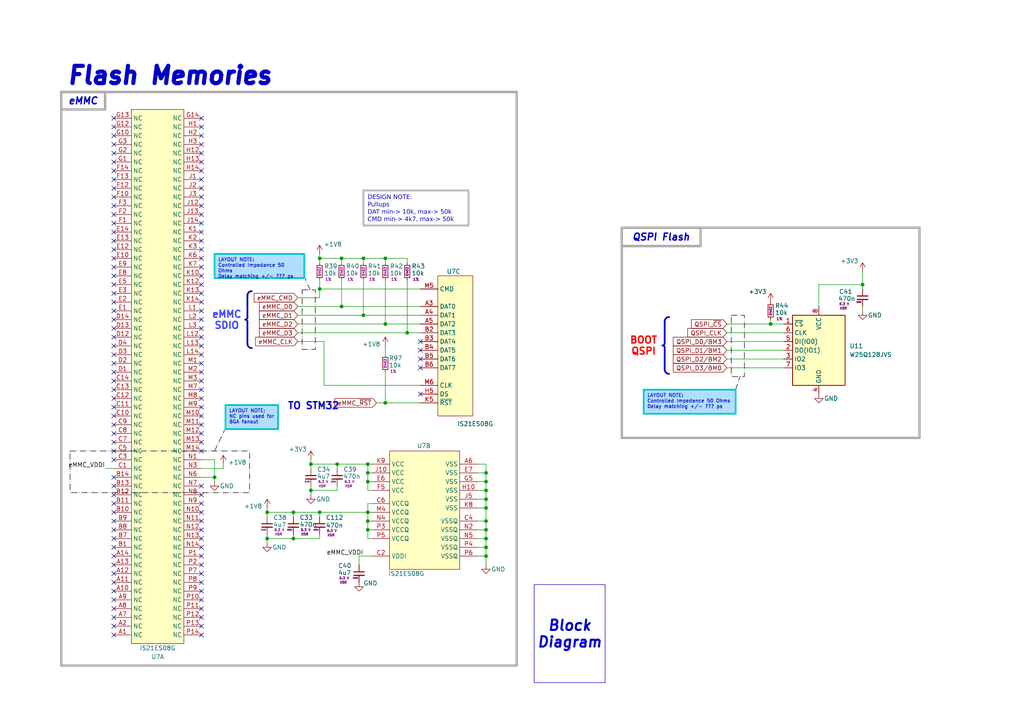
<source format=kicad_sch>
(kicad_sch (version 20250114) (generator "eeschema") (generator_version "9.0")
  (paper "A4")
  (title_block (title "Flash Memories") (date "2024-09-22") (rev "1.0"))
  (arc (start 73.03 100.955) (mid 72.1355 100.5845) (end 71.76 99.69) (stroke (width 0.5)))
  (arc (start 192.156 100.198) (mid 192.6129 100.3776) (end 192.791 100.833) (stroke (width 0.5)))
  (rectangle (start 180.34 66.04) (end 266.7 127) (stroke (width 0.7) (color 168 168 168 1)))
  (arc (start 194.061 108.448) (mid 193.168 108.076) (end 192.791 107.183) (stroke (width 0.5)))
  (arc (start 71.76 85.725) (mid 72.129 84.829) (end 73.025 84.455) (stroke (width 0.5)))
  (arc (start 71.76 92.07) (mid 71.568 92.5116) (end 71.125 92.705) (stroke (width 0.5)))
  (arc (start 192.791 99.563) (mid 192.5977 100.0033) (end 192.156 100.198) (stroke (width 0.5)))
  (arc (start 192.791 93.218) (mid 193.1615 92.3235) (end 194.056 91.948) (stroke (width 0.5)))
  (arc (start 71.125 92.705) (mid 71.5803 92.8862) (end 71.76 93.34) (stroke (width 0.5)))
  (rectangle (start 87.63 84.074) (end 91.44 101.346) (stroke (width 0.1524) (type dash_dot) (color 0 0 0 1)))
  (rectangle (start 212.09 91.44) (end 215.9 109.22) (stroke (width 0.1524) (type dash_dot) (color 0 0 0 1)))
  (rectangle (start 17.78 26.67) (end 149.86 193.04) (stroke (width 0.7) (color 168 168 168 1)))
  (rectangle (start 20.32 130.81) (end 72.39 142.875) (stroke (width 0.1524) (type dash_dot) (color 0 0 0 1)))
  (text "TO STM32" (at 90.932 117.856 0) (effects (font (size 2 2) (thickness 0.4) (bold yes))))
  (text "Flash Memories" (at 49.276 22.098 0) (effects (font (size 5 5) (thickness 1.2) (bold yes) (italic yes))))
  (text "BOOT\nQSPI" (at 186.68 100.432 0) (effects (font (size 2 2) (thickness 0.4) (bold yes))))
  (text "eMMC\nSDIO" (at 65.786 92.964 0) (effects (font (size 2 2) (thickness 0.4) (bold yes))))
  (text_box "DESIGN NOTE:\nPullups \nDAT min-> 10k, max-> 50k\nCMD min-> 4k7, max-> 50k" (at 105.41 55.245 0) (size 30.48 10.16) (margins 1.2025 1.2025 1.2025 1.2025) (stroke (width 0.5) (color 168 168 168 1)) (effects (font (size 1.27 1.27)) (justify left top)))
  (text_box "LAYOUT NOTE:\nNC pins used for BGA fanout" (at 65.405 117.475 0) (size 15.24 6.985) (margins 1 1 1 1) (stroke (width 0.5) (color 0 194 194 1)) (fill (type color) (color 61 172 255 0.4)) (effects (font (size 1 1)) (justify left top)))
  (text_box "Block\nDiagram" (at 154.94 169.545 0) (size 20.574 28.448) (margins 2.25 2.25 2.25 2.25) (effects (font (size 3 3) (thickness 0.6) (bold yes) (italic yes))))
  (text_box "QSPI Flash" (at 180.34 66.04 0) (size 22.86 5.334) (margins 1.85 1.85 1.85 1.85) (stroke (width 0.7) (color 168 168 168 1)) (effects (font (size 2 2) (bold yes) (italic yes))))
  (text_box "LAYOUT NOTE:\nControlled Impedance 50 Ohms\nDelay matching +/- ??? ps" (at 62.23 73.66 0) (size 26.035 6.985) (margins 1 1 1 1) (stroke (width 0.5) (color 0 194 194 1)) (fill (type color) (color 61 172 255 0.4)) (effects (font (size 1 1)) (justify left top)))
  (text_box "LAYOUT NOTE:\nControlled Impedance 50 Ohms\nDelay matching +/- ??? ps" (at 186.69 113.03 0) (size 26.67 6.985) (margins 1 1 1 1) (stroke (width 0.5) (color 0 194 194 1)) (fill (type color) (color 61 172 255 0.4)) (effects (font (size 1 1)) (justify left top)))
  (text_box "eMMC" (at 17.78 26.67 0) (size 12.7 5.08) (margins 1.85 1.85 1.85 1.85) (stroke (width 0.7) (color 168 168 168 1)) (effects (font (size 2 2) (bold yes) (italic yes))))
  (junction (at 106.68 153.67))
  (junction (at 99.06 88.9))
  (junction (at 92.71 148.59))
  (junction (at 106.68 139.7))
  (junction (at 140.97 156.21))
  (junction (at 106.68 134.62))
  (junction (at 140.97 151.13))
  (junction (at 140.97 142.24))
  (junction (at 250.19 82.55))
  (junction (at 90.17 134.62))
  (junction (at 85.09 148.59))
  (junction (at 140.97 158.75))
  (junction (at 62.23 138.43))
  (junction (at 223.52 93.98))
  (junction (at 106.68 148.59))
  (junction (at 106.68 137.16))
  (junction (at 140.97 137.16))
  (junction (at 77.47 156.21))
  (junction (at 111.76 74.93))
  (junction (at 105.41 74.93))
  (junction (at 140.97 144.78))
  (junction (at 105.41 91.44))
  (junction (at 118.11 96.52))
  (junction (at 92.71 74.93))
  (junction (at 140.97 139.7))
  (junction (at 111.76 93.98))
  (junction (at 140.97 161.29))
  (junction (at 90.17 142.24))
  (junction (at 77.47 148.59))
  (junction (at 85.09 156.21))
  (junction (at 92.71 83.82))
  (junction (at 99.06 74.93))
  (junction (at 106.68 151.13))
  (junction (at 97.79 134.62))
  (junction (at 140.97 147.32))
  (junction (at 140.97 153.67))
  (junction (at 111.76 116.84))
  (no_connect (at 58.42 102.87))
  (no_connect (at 58.42 125.73))
  (no_connect (at 33.02 107.95))
  (no_connect (at 33.02 163.83))
  (no_connect (at 33.02 179.07))
  (no_connect (at 58.42 153.67))
  (no_connect (at 33.02 146.05))
  (no_connect (at 58.42 115.57))
  (no_connect (at 33.02 49.53))
  (no_connect (at 33.02 92.71))
  (no_connect (at 33.02 97.79))
  (no_connect (at 58.42 39.37))
  (no_connect (at 58.42 97.79))
  (no_connect (at 58.42 52.07))
  (no_connect (at 58.42 184.15))
  (no_connect (at 33.02 72.39))
  (no_connect (at 33.02 39.37))
  (no_connect (at 58.42 87.63))
  (no_connect (at 58.42 128.27))
  (no_connect (at 33.02 133.35))
  (no_connect (at 58.42 85.09))
  (no_connect (at 33.02 100.33))
  (no_connect (at 58.42 176.53))
  (no_connect (at 58.42 49.53))
  (no_connect (at 33.02 46.99))
  (no_connect (at 33.02 125.73))
  (no_connect (at 33.02 118.11))
  (no_connect (at 58.42 62.23))
  (no_connect (at 58.42 82.55))
  (no_connect (at 58.42 80.01))
  (no_connect (at 121.92 99.06))
  (no_connect (at 58.42 161.29))
  (no_connect (at 58.42 90.17))
  (no_connect (at 33.02 90.17))
  (no_connect (at 58.42 46.99))
  (no_connect (at 33.02 54.61))
  (no_connect (at 58.42 36.83))
  (no_connect (at 33.02 74.93))
  (no_connect (at 121.92 114.3))
  (no_connect (at 33.02 41.91))
  (no_connect (at 58.42 44.45))
  (no_connect (at 33.02 62.23))
  (no_connect (at 121.92 106.68))
  (no_connect (at 58.42 163.83))
  (no_connect (at 33.02 130.81))
  (no_connect (at 33.02 69.85))
  (no_connect (at 33.02 156.21))
  (no_connect (at 33.02 140.97))
  (no_connect (at 58.42 74.93))
  (no_connect (at 58.42 123.19))
  (no_connect (at 33.02 181.61))
  (no_connect (at 121.92 104.14))
  (no_connect (at 58.42 77.47))
  (no_connect (at 33.02 143.51))
  (no_connect (at 58.42 143.51))
  (no_connect (at 58.42 57.15))
  (no_connect (at 33.02 85.09))
  (no_connect (at 33.02 34.29))
  (no_connect (at 33.02 184.15))
  (no_connect (at 58.42 148.59))
  (no_connect (at 33.02 77.47))
  (no_connect (at 58.42 69.85))
  (no_connect (at 33.02 82.55))
  (no_connect (at 58.42 181.61))
  (no_connect (at 33.02 115.57))
  (no_connect (at 33.02 153.67))
  (no_connect (at 58.42 156.21))
  (no_connect (at 58.42 67.31))
  (no_connect (at 33.02 176.53))
  (no_connect (at 121.92 101.6))
  (no_connect (at 58.42 179.07))
  (no_connect (at 58.42 146.05))
  (no_connect (at 58.42 140.97))
  (no_connect (at 33.02 105.41))
  (no_connect (at 58.42 113.03))
  (no_connect (at 33.02 171.45))
  (no_connect (at 58.42 107.95))
  (no_connect (at 58.42 95.25))
  (no_connect (at 33.02 59.69))
  (no_connect (at 58.42 41.91))
  (no_connect (at 33.02 110.49))
  (no_connect (at 33.02 151.13))
  (no_connect (at 33.02 52.07))
  (no_connect (at 58.42 120.65))
  (no_connect (at 58.42 34.29))
  (no_connect (at 33.02 161.29))
  (no_connect (at 58.42 72.39))
  (no_connect (at 33.02 80.01))
  (no_connect (at 58.42 171.45))
  (no_connect (at 58.42 151.13))
  (no_connect (at 58.42 173.99))
  (no_connect (at 33.02 102.87))
  (no_connect (at 33.02 36.83))
  (no_connect (at 58.42 92.71))
  (no_connect (at 33.02 166.37))
  (no_connect (at 58.42 166.37))
  (no_connect (at 33.02 158.75))
  (no_connect (at 58.42 105.41))
  (no_connect (at 58.42 64.77))
  (no_connect (at 33.02 168.91))
  (no_connect (at 33.02 95.25))
  (no_connect (at 33.02 87.63))
  (no_connect (at 33.02 64.77))
  (no_connect (at 58.42 158.75))
  (no_connect (at 58.42 54.61))
  (no_connect (at 33.02 123.19))
  (no_connect (at 58.42 118.11))
  (no_connect (at 33.02 67.31))
  (no_connect (at 58.42 168.91))
  (no_connect (at 33.02 113.03))
  (no_connect (at 58.42 130.81))
  (no_connect (at 33.02 44.45))
  (no_connect (at 33.02 138.43))
  (no_connect (at 33.02 57.15))
  (no_connect (at 33.02 128.27))
  (no_connect (at 58.42 110.49))
  (no_connect (at 58.42 100.33))
  (no_connect (at 33.02 173.99))
  (no_connect (at 33.02 148.59))
  (no_connect (at 33.02 120.65))
  (no_connect (at 58.42 59.69))
  (wire (pts (xy 58.42 138.43) (xy 62.23 138.43)))
  (wire (pts (xy 111.76 116.84) (xy 121.92 116.84)))
  (wire (pts (xy 210.82 106.68) (xy 227.33 106.68)))
  (wire (pts (xy 106.68 151.13) (xy 106.68 153.67)))
  (wire (pts (xy 104.14 161.29) (xy 107.95 161.29)))
  (wire (pts (xy 93.98 99.06) (xy 93.98 111.76)))
  (wire (pts (xy 77.47 156.21) (xy 85.09 156.21)))
  (wire (pts (xy 138.43 137.16) (xy 140.97 137.16)))
  (polyline (pts (xy 71.755 93.345) (xy 71.755 99.695)) (stroke (width 0.5)))
  (wire (pts (xy 111.76 81.28) (xy 111.76 93.98)))
  (wire (pts (xy 77.47 149.86) (xy 77.47 148.59)))
  (wire (pts (xy 85.09 148.59) (xy 85.09 149.86)))
  (polyline (pts (xy 71.755 85.725) (xy 71.755 92.075)) (stroke (width 0.5)))
  (wire (pts (xy 97.79 135.89) (xy 97.79 134.62)))
  (wire (pts (xy 92.71 73.66) (xy 92.71 74.93)))
  (wire (pts (xy 105.41 74.93) (xy 105.41 76.2)))
  (wire (pts (xy 77.47 156.21) (xy 77.47 157.48)))
  (wire (pts (xy 106.68 148.59) (xy 106.68 151.13)))
  (wire (pts (xy 106.68 139.7) (xy 107.95 139.7)))
  (wire (pts (xy 77.47 148.59) (xy 85.09 148.59)))
  (wire (pts (xy 58.42 135.89) (xy 64.77 135.89)))
  (wire (pts (xy 92.71 154.94) (xy 92.71 156.21)))
  (wire (pts (xy 92.71 74.93) (xy 99.06 74.93)))
  (wire (pts (xy 85.09 156.21) (xy 92.71 156.21)))
  (wire (pts (xy 30.48 135.89) (xy 33.02 135.89)))
  (wire (pts (xy 140.97 139.7) (xy 140.97 137.16)))
  (wire (pts (xy 210.82 101.6) (xy 227.33 101.6)))
  (wire (pts (xy 210.82 96.52) (xy 227.33 96.52)))
  (wire (pts (xy 106.68 137.16) (xy 106.68 139.7)))
  (polyline (pts (xy 192.786 93.218) (xy 192.786 99.568)) (stroke (width 0.5)))
  (wire (pts (xy 104.14 163.83) (xy 104.14 161.29)))
  (wire (pts (xy 93.98 111.76) (xy 121.92 111.76)))
  (wire (pts (xy 107.95 148.59) (xy 106.68 148.59)))
  (wire (pts (xy 140.97 144.78) (xy 140.97 142.24)))
  (wire (pts (xy 106.68 134.62) (xy 106.68 137.16)))
  (wire (pts (xy 92.71 86.36) (xy 92.71 83.82)))
  (wire (pts (xy 64.77 134.62) (xy 64.77 135.89)))
  (wire (pts (xy 118.11 96.52) (xy 121.92 96.52)))
  (wire (pts (xy 105.41 81.28) (xy 105.41 91.44)))
  (wire (pts (xy 106.68 153.67) (xy 107.95 153.67)))
  (wire (pts (xy 250.19 88.9) (xy 250.19 90.17)))
  (wire (pts (xy 237.49 82.55) (xy 237.49 88.9)))
  (wire (pts (xy 90.17 142.24) (xy 90.17 140.97)))
  (wire (pts (xy 111.76 74.93) (xy 118.11 74.93)))
  (wire (pts (xy 210.82 104.14) (xy 227.33 104.14)))
  (wire (pts (xy 86.36 93.98) (xy 111.76 93.98)))
  (wire (pts (xy 86.36 96.52) (xy 118.11 96.52)))
  (wire (pts (xy 92.71 74.93) (xy 92.71 76.2)))
  (wire (pts (xy 138.43 156.21) (xy 140.97 156.21)))
  (wire (pts (xy 90.17 134.62) (xy 90.17 135.89)))
  (wire (pts (xy 111.76 93.98) (xy 121.92 93.98)))
  (wire (pts (xy 140.97 158.75) (xy 140.97 156.21)))
  (wire (pts (xy 92.71 149.86) (xy 92.71 148.59)))
  (wire (pts (xy 86.36 86.36) (xy 92.71 86.36)))
  (wire (pts (xy 86.36 88.9) (xy 99.06 88.9)))
  (wire (pts (xy 97.79 134.62) (xy 106.68 134.62)))
  (wire (pts (xy 92.71 148.59) (xy 106.68 148.59)))
  (wire (pts (xy 105.41 91.44) (xy 121.92 91.44)))
  (wire (pts (xy 250.19 82.55) (xy 250.19 83.82)))
  (wire (pts (xy 90.17 134.62) (xy 97.79 134.62)))
  (wire (pts (xy 85.09 154.94) (xy 85.09 156.21)))
  (wire (pts (xy 138.43 144.78) (xy 140.97 144.78)))
  (wire (pts (xy 140.97 137.16) (xy 140.97 134.62)))
  (wire (pts (xy 85.09 148.59) (xy 92.71 148.59)))
  (wire (pts (xy 77.47 147.32) (xy 77.47 148.59)))
  (wire (pts (xy 99.06 74.93) (xy 99.06 76.2)))
  (wire (pts (xy 99.06 74.93) (xy 105.41 74.93)))
  (wire (pts (xy 77.47 154.94) (xy 77.47 156.21)))
  (wire (pts (xy 97.79 140.97) (xy 97.79 142.24)))
  (wire (pts (xy 106.68 146.05) (xy 106.68 148.59)))
  (wire (pts (xy 86.36 91.44) (xy 105.41 91.44)))
  (wire (pts (xy 62.23 133.35) (xy 62.23 138.43)))
  (wire (pts (xy 92.71 81.28) (xy 92.71 83.82)))
  (wire (pts (xy 107.95 142.24) (xy 106.68 142.24)))
  (wire (pts (xy 90.17 142.24) (xy 97.79 142.24)))
  (wire (pts (xy 106.68 153.67) (xy 106.68 156.21)))
  (wire (pts (xy 138.43 139.7) (xy 140.97 139.7)))
  (wire (pts (xy 106.68 139.7) (xy 106.68 142.24)))
  (wire (pts (xy 111.76 100.33) (xy 111.76 102.87)))
  (wire (pts (xy 140.97 163.83) (xy 140.97 161.29)))
  (wire (pts (xy 86.36 99.06) (xy 93.98 99.06)))
  (wire (pts (xy 138.43 151.13) (xy 140.97 151.13)))
  (wire (pts (xy 118.11 74.93) (xy 118.11 76.2)))
  (wire (pts (xy 140.97 142.24) (xy 140.97 139.7)))
  (wire (pts (xy 109.22 116.84) (xy 111.76 116.84)))
  (wire (pts (xy 62.23 139.7) (xy 62.23 138.43)))
  (wire (pts (xy 140.97 151.13) (xy 140.97 147.32)))
  (wire (pts (xy 90.17 133.35) (xy 90.17 134.62)))
  (wire (pts (xy 99.06 81.28) (xy 99.06 88.9)))
  (wire (pts (xy 138.43 158.75) (xy 140.97 158.75)))
  (wire (pts (xy 106.68 146.05) (xy 107.95 146.05)))
  (wire (pts (xy 106.68 151.13) (xy 107.95 151.13)))
  (wire (pts (xy 223.52 93.98) (xy 227.33 93.98)))
  (wire (pts (xy 90.17 142.24) (xy 90.17 143.51)))
  (wire (pts (xy 138.43 147.32) (xy 140.97 147.32)))
  (wire (pts (xy 140.97 134.62) (xy 138.43 134.62)))
  (wire (pts (xy 99.06 88.9) (xy 121.92 88.9)))
  (wire (pts (xy 140.97 156.21) (xy 140.97 153.67)))
  (wire (pts (xy 223.52 92.71) (xy 223.52 93.98)))
  (wire (pts (xy 210.82 99.06) (xy 227.33 99.06)))
  (wire (pts (xy 58.42 133.35) (xy 62.23 133.35)))
  (polyline (pts (xy 192.786 100.838) (xy 192.786 107.188)) (stroke (width 0.5)))
  (wire (pts (xy 210.82 93.98) (xy 223.52 93.98)))
  (wire (pts (xy 140.97 153.67) (xy 140.97 151.13)))
  (wire (pts (xy 138.43 153.67) (xy 140.97 153.67)))
  (wire (pts (xy 107.95 156.21) (xy 106.68 156.21)))
  (wire (pts (xy 111.76 107.95) (xy 111.76 116.84)))
  (wire (pts (xy 111.76 74.93) (xy 111.76 76.2)))
  (wire (pts (xy 106.68 137.16) (xy 107.95 137.16)))
  (wire (pts (xy 92.71 83.82) (xy 121.92 83.82)))
  (wire (pts (xy 138.43 161.29) (xy 140.97 161.29)))
  (wire (pts (xy 250.19 82.55) (xy 237.49 82.55)))
  (polyline (pts (xy 62.23 130.81) (xy 65.151 124.714)) (stroke (width 0) (type dash_dot) (color 0 0 0 1)))
  (wire (pts (xy 250.19 78.74) (xy 250.19 82.55)))
  (polyline (pts (xy 213.36 113.03) (xy 214.63 109.22)) (stroke (width 0) (type dash_dot) (color 0 0 0 1)))
  (wire (pts (xy 140.97 161.29) (xy 140.97 158.75)))
  (wire (pts (xy 105.41 74.93) (xy 111.76 74.93)))
  (polyline (pts (xy 89.916 84.074) (xy 88.392 80.518)) (stroke (width 0) (type dash_dot) (color 0 0 0 1)))
  (wire (pts (xy 140.97 147.32) (xy 140.97 144.78)))
  (wire (pts (xy 106.68 134.62) (xy 107.95 134.62)))
  (wire (pts (xy 118.11 81.28) (xy 118.11 96.52)))
  (wire (pts (xy 138.43 142.24) (xy 140.97 142.24)))
  (label "eMMC_VDDI" (at 105.41 161.29 180))
  (label "eMMC_VDDI" (at 30.48 135.89 180))
  (global_label "QSPI_CLK" (shape input) (at 210.82 96.52 180) (property "Intersheetrefs" "${INTERSHEET_REFS}" (effects (hide yes))))
  (global_label "eMMC_D3" (shape input) (at 86.36 96.52 180) (property "Intersheetrefs" "${INTERSHEET_REFS}" (effects (hide yes))))
  (global_label "eMMC_CLK" (shape input) (at 86.36 99.06 180) (property "Intersheetrefs" "${INTERSHEET_REFS}" (effects (hide yes))))
  (global_label "QSPI_D2{slash}BM2" (shape input) (at 210.82 104.14 180) (property "Intersheetrefs" "${INTERSHEET_REFS}" (effects (hide yes))))
  (global_label "QSPI_D1{slash}BM1" (shape input) (at 210.82 101.6 180) (property "Intersheetrefs" "${INTERSHEET_REFS}" (effects (hide yes))))
  (global_label "QSPI_D3{slash}BM0" (shape input) (at 210.82 106.68 180) (property "Intersheetrefs" "${INTERSHEET_REFS}" (effects (hide yes))))
  (global_label "eMMC_D2" (shape input) (at 86.36 93.98 180) (property "Intersheetrefs" "${INTERSHEET_REFS}" (effects (hide yes))))
  (global_label "eMMC_~{RST}" (shape input) (at 109.22 116.84 180) (property "Intersheetrefs" "${INTERSHEET_REFS}" (effects (hide yes))))
  (global_label "eMMC_D0" (shape input) (at 86.36 88.9 180) (property "Intersheetrefs" "${INTERSHEET_REFS}" (effects (hide yes))))
  (global_label "eMMC_CMD" (shape input) (at 86.36 86.36 180) (property "Intersheetrefs" "${INTERSHEET_REFS}" (effects (hide yes))))
  (global_label "eMMC_D1" (shape input) (at 86.36 91.44 180) (property "Intersheetrefs" "${INTERSHEET_REFS}" (effects (hide yes))))
  (global_label "QSPI_D0{slash}BM3" (shape input) (at 210.82 99.06 180) (property "Intersheetrefs" "${INTERSHEET_REFS}" (effects (hide yes))))
  (global_label "QSPI_~{CS}" (shape input) (at 210.82 93.98 180) (property "Intersheetrefs" "${INTERSHEET_REFS}" (effects (hide yes))))
  (symbol (lib_id "Device:R_Small") (at 99.06 78.74 0) (unit 1)
    (property "Reference" "R40" (at 100.33 77.216 0) (effects (justify left)))
    (property "Value" "10k" (at 100.33 79.248 0) (effects (justify left)))
    (property "Footprint" "Resistor_SMD:R_0402_1005Metric" (effects (hide yes)))
    (property "Description" "Resistor, small symbol" (effects (hide yes)))
    (property "Tolerance" "1%" (at 101.6 81.026 0) (effects (font (size 0.8 0.8))))
    (property "Package" "0402" (at 99.06 78.74 90) (effects (font (size 0.7 0.7))))
    (property "LCSC Part" "C25744/gia" (effects (hide yes)))
  )
  (symbol (lib_name "C_Small_1") (lib_id "Device:C_Small") (at 250.19 86.36 0) (unit 1)
    (property "Reference" "C41" (at 243.332 84.582 0) (effects (justify left)))
    (property "Value" "470n" (at 243.078 86.614 0) (effects (justify left)))
    (property "Footprint" "Capacitor_SMD:C_0201_0603Metric" (effects (hide yes)))
    (property "Description" "Unpolarized capacitor, small symbol" (effects (hide yes)))
    (property "Rating" "6.3 V" (at 244.856 88.138 0) (effects (font (size 0.7 0.7))))
    (property "Type" "X5R" (at 244.602 89.408 0) (effects (font (size 0.7 0.7))))
    (property "Package" "0201" (at 249.174 87.63 0) (effects (font (size 0.4 0.4))))
    (property "LCSC Part" "C85926" (effects (hide yes)))
  )
  (symbol (lib_id "power:GND") (at 90.17 143.51 0) (unit 1)
    (property "Reference" "#PWR083" (effects (hide yes)))
    (property "Value" "GND" (at 93.726 144.78 0))
    (property "Description" "Power symbol creates a global label with name \"GND\" , ground" (effects (hide yes)))
  )
  (symbol (lib_name "IS21ES08G_1") (lib_id "MyLibrary:IS21ES08G") (at 123.19 147.32 0) (unit 2)
    (property "Reference" "U7" (at 122.936 129.286 0))
    (property "Value" "IS21ES08G" (at 117.856 166.37 0))
    (property "Footprint" "Mylibrary:BGA153N50P14X14_1150X1300X100" (effects (hide yes)))
    (property "LCSC Part" "C499918" (effects (hide yes)))
  )
  (symbol (lib_name "C_Small_1") (lib_id "Device:C_Small") (at 90.17 138.43 0) (unit 1)
    (property "Reference" "C34" (at 91.948 136.144 0) (effects (justify left)))
    (property "Value" "4u7" (at 91.948 138.176 0) (effects (justify left)))
    (property "Footprint" "Capacitor_SMD:C_0402_1005Metric" (effects (hide yes)))
    (property "Description" "Unpolarized capacitor, small symbol" (effects (hide yes)))
    (property "Rating" "6.3 V" (at 93.726 139.7 0) (effects (font (size 0.7 0.7))))
    (property "Type" "X5R" (at 93.472 140.97 0) (effects (font (size 0.7 0.7))))
    (property "Package" "0402" (at 89.154 139.7 0) (effects (font (size 0.4 0.4))))
    (property "LCSC Part" " C368809" (effects (hide yes)))
  )
  (symbol (lib_id "power:GND") (at 62.23 139.7 0) (unit 1)
    (property "Reference" "#PWR0153" (effects (hide yes)))
    (property "Value" "GND" (at 65.786 140.97 0))
    (property "Description" "Power symbol creates a global label with name \"GND\" , ground" (effects (hide yes)))
  )
  (symbol (lib_id "Device:R_Small") (at 118.11 78.74 0) (unit 1)
    (property "Reference" "R43" (at 119.38 77.216 0) (effects (justify left)))
    (property "Value" "10k" (at 119.38 79.248 0) (effects (justify left)))
    (property "Footprint" "Resistor_SMD:R_0402_1005Metric" (effects (hide yes)))
    (property "Description" "Resistor, small symbol" (effects (hide yes)))
    (property "Tolerance" "1%" (at 120.65 81.026 0) (effects (font (size 0.8 0.8))))
    (property "Package" "0402" (at 118.11 78.74 90) (effects (font (size 0.7 0.7))))
    (property "LCSC Part" "C25744/gia" (effects (hide yes)))
  )
  (symbol (lib_id "power:+1V8") (at 111.76 100.33 0) (unit 1)
    (property "Reference" "#PWR0145" (effects (hide yes)))
    (property "Value" "+1V8" (at 107.696 99.822 0))
    (property "Description" "Power symbol creates a global label with name \"+1V8\"" (effects (hide yes)))
  )
  (symbol (lib_id "Device:R_Small") (at 111.76 78.74 0) (unit 1)
    (property "Reference" "R42" (at 113.03 77.216 0) (effects (justify left)))
    (property "Value" "10k" (at 113.03 79.248 0) (effects (justify left)))
    (property "Footprint" "Resistor_SMD:R_0402_1005Metric" (effects (hide yes)))
    (property "Description" "Resistor, small symbol" (effects (hide yes)))
    (property "Tolerance" "1%" (at 114.3 81.026 0) (effects (font (size 0.8 0.8))))
    (property "Package" "0402" (at 111.76 78.74 90) (effects (font (size 0.7 0.7))))
    (property "LCSC Part" "C25744/gia" (effects (hide yes)))
  )
  (symbol (lib_id "Device:R_Small") (at 111.76 105.41 0) (unit 1)
    (property "Reference" "R97" (at 112.776 103.886 0) (effects (justify left)))
    (property "Value" "10k" (at 112.776 105.918 0) (effects (justify left)))
    (property "Footprint" "Resistor_SMD:R_0402_1005Metric" (effects (hide yes)))
    (property "Description" "Resistor, small symbol" (effects (hide yes)))
    (property "Tolerance" "1%" (at 114.046 107.696 0) (effects (font (size 0.8 0.8))))
    (property "Package" "0402" (at 111.76 105.41 90) (effects (font (size 0.7 0.7))))
    (property "LCSC Part" "C25744/gia" (effects (hide yes)))
  )
  (symbol (lib_id "Memory_Flash:W25Q128JVS") (at 237.49 101.6 0) (unit 1)
    (property "Reference" "U11" (at 246.38 100.3299 0) (effects (justify left)))
    (property "Value" "W25Q128JVS" (at 246.38 102.8699 0) (effects (justify left)))
    (property "Footprint" "Package_SON:WSON-8-1EP_8x6mm_P1.27mm_EP3.4x4.3mm" (effects (hide yes)))
    (property "Datasheet" "http://www.winbond.com/resource-files/w25q128jv_dtr%20revc%2003272018%20plus.pdf" (effects (hide yes)))
    (property "Description" "128Mb Serial Flash Memory, Standard/Dual/Quad SPI, SOIC-8" (effects (hide yes)))
    (property "LCSC Part" "C401662" (effects (hide yes)))
  )
  (symbol (lib_id "power:+1V8") (at 92.71 73.66 0) (unit 1)
    (property "Reference" "#PWR086" (effects (hide yes)))
    (property "Value" "+1V8" (at 96.52 70.866 0))
    (property "Description" "Power symbol creates a global label with name \"+1V8\"" (effects (hide yes)))
  )
  (symbol (lib_name "C_Small_1") (lib_id "Device:C_Small") (at 85.09 152.4 0) (unit 1)
    (property "Reference" "C33" (at 86.868 150.114 0) (effects (justify left)))
    (property "Value" "470n" (at 86.868 152.146 0) (effects (justify left)))
    (property "Footprint" "Capacitor_SMD:C_0201_0603Metric" (effects (hide yes)))
    (property "Description" "Unpolarized capacitor, small symbol" (effects (hide yes)))
    (property "Rating" "6.3 V" (at 88.646 153.67 0) (effects (font (size 0.7 0.7))))
    (property "Type" "X5R" (at 88.392 154.94 0) (effects (font (size 0.7 0.7))))
    (property "Package" "0201" (at 84.074 153.67 0) (effects (font (size 0.4 0.4))))
    (property "LCSC Part" "C85926" (effects (hide yes)))
  )
  (symbol (lib_id "power:GND") (at 250.19 90.17 0) (unit 1)
    (property "Reference" "#PWR090" (effects (hide yes)))
    (property "Value" "GND" (at 253.746 91.44 0))
    (property "Description" "Power symbol creates a global label with name \"GND\" , ground" (effects (hide yes)))
  )
  (symbol (lib_id "Device:R_Small") (at 92.71 78.74 0) (unit 1)
    (property "Reference" "R39" (at 93.98 77.216 0) (effects (justify left)))
    (property "Value" "10k" (at 93.98 79.248 0) (effects (justify left)))
    (property "Footprint" "Resistor_SMD:R_0402_1005Metric" (effects (hide yes)))
    (property "Description" "Resistor, small symbol" (effects (hide yes)))
    (property "Tolerance" "1%" (at 95.25 81.026 0) (effects (font (size 0.8 0.8))))
    (property "Package" "0402" (at 92.71 78.74 90) (effects (font (size 0.7 0.7))))
    (property "LCSC Part" "C25744/gia" (effects (hide yes)))
  )
  (symbol (lib_id "power:+1V8") (at 223.52 87.63 0) (unit 1)
    (property "Reference" "#PWR091" (effects (hide yes)))
    (property "Value" "+3V3" (at 219.71 84.582 0))
    (property "Description" "Power symbol creates a global label with name \"+1V8\"" (effects (hide yes)))
  )
  (symbol (lib_id "power:+1V8") (at 64.77 134.62 0) (mirror y) (unit 1)
    (property "Reference" "#PWR0152" (effects (hide yes)))
    (property "Value" "+1V8" (at 68.834 134.112 0))
    (property "Description" "Power symbol creates a global label with name \"+1V8\"" (effects (hide yes)))
  )
  (symbol (lib_id "power:GND") (at 237.49 114.3 0) (unit 1)
    (property "Reference" "#PWR087" (effects (hide yes)))
    (property "Value" "GND" (at 241.046 115.57 0))
    (property "Description" "Power symbol creates a global label with name \"GND\" , ground" (effects (hide yes)))
  )
  (symbol (lib_id "Device:R_Small") (at 105.41 78.74 0) (unit 1)
    (property "Reference" "R41" (at 106.68 77.216 0) (effects (justify left)))
    (property "Value" "10k" (at 106.68 79.248 0) (effects (justify left)))
    (property "Footprint" "Resistor_SMD:R_0402_1005Metric" (effects (hide yes)))
    (property "Description" "Resistor, small symbol" (effects (hide yes)))
    (property "Tolerance" "1%" (at 107.95 81.026 0) (effects (font (size 0.8 0.8))))
    (property "Package" "0402" (at 105.41 78.74 90) (effects (font (size 0.7 0.7))))
    (property "LCSC Part" "C25744/gia" (effects (hide yes)))
  )
  (symbol (lib_id "power:+1V8") (at 250.19 78.74 0) (unit 1)
    (property "Reference" "#PWR088" (effects (hide yes)))
    (property "Value" "+3V3" (at 246.38 75.692 0))
    (property "Description" "Power symbol creates a global label with name \"+1V8\"" (effects (hide yes)))
  )
  (symbol (lib_id "MyLibrary:IS21ES08G") (at 45.72 109.22 0) (mirror x) (unit 1)
    (property "Reference" "U7" (at 45.72 190.5 0))
    (property "Value" "IS21ES08G" (at 45.72 187.96 0))
    (property "Footprint" "Mylibrary:BGA153N50P14X14_1150X1300X100" (effects (hide yes)))
    (property "LCSC Part" "C499918" (effects (hide yes)))
  )
  (symbol (lib_name "C_Small_1") (lib_id "Device:C_Small") (at 104.14 166.37 0) (unit 1)
    (property "Reference" "C40" (at 98.044 164.084 0) (effects (justify left)))
    (property "Value" "4u7" (at 98.044 166.116 0) (effects (justify left)))
    (property "Footprint" "Capacitor_SMD:C_0402_1005Metric" (effects (hide yes)))
    (property "Description" "Unpolarized capacitor, small symbol" (effects (hide yes)))
    (property "Rating" "6.3 V" (at 99.822 167.64 0) (effects (font (size 0.7 0.7))))
    (property "Type" "X5R" (at 99.568 168.91 0) (effects (font (size 0.7 0.7))))
    (property "Package" "0402" (at 103.124 167.64 0) (effects (font (size 0.4 0.4))))
    (property "LCSC Part" " C368809" (effects (hide yes)))
  )
  (symbol (lib_id "power:+1V8") (at 90.17 133.35 0) (unit 1)
    (property "Reference" "#PWR082" (effects (hide yes)))
    (property "Value" "+3V3" (at 86.36 130.302 0))
    (property "Description" "Power symbol creates a global label with name \"+1V8\"" (effects (hide yes)))
  )
  (symbol (lib_name "C_Small_1") (lib_id "Device:C_Small") (at 77.47 152.4 0) (unit 1)
    (property "Reference" "C38" (at 79.248 150.114 0) (effects (justify left)))
    (property "Value" "4u7" (at 79.248 152.146 0) (effects (justify left)))
    (property "Footprint" "Capacitor_SMD:C_0402_1005Metric" (effects (hide yes)))
    (property "Description" "Unpolarized capacitor, small symbol" (effects (hide yes)))
    (property "Rating" "6.3 V" (at 81.026 153.67 0) (effects (font (size 0.7 0.7))))
    (property "Type" "X5R" (at 80.772 154.94 0) (effects (font (size 0.7 0.7))))
    (property "Package" "0402" (at 76.454 153.67 0) (effects (font (size 0.4 0.4))))
    (property "LCSC Part" " C368809" (effects (hide yes)))
  )
  (symbol (lib_id "power:GND") (at 77.47 157.48 0) (unit 1)
    (property "Reference" "#PWR081" (effects (hide yes)))
    (property "Value" "GND" (at 81.026 158.75 0))
    (property "Description" "Power symbol creates a global label with name \"GND\" , ground" (effects (hide yes)))
  )
  (symbol (lib_name "C_Small_1") (lib_id "Device:C_Small") (at 97.79 138.43 0) (unit 1)
    (property "Reference" "C39" (at 99.568 136.144 0) (effects (justify left)))
    (property "Value" "470n" (at 99.568 138.176 0) (effects (justify left)))
    (property "Footprint" "Capacitor_SMD:C_0201_0603Metric" (effects (hide yes)))
    (property "Description" "Unpolarized capacitor, small symbol" (effects (hide yes)))
    (property "Rating" "6.3 V" (at 101.346 139.7 0) (effects (font (size 0.7 0.7))))
    (property "Type" "X5R" (at 101.092 140.97 0) (effects (font (size 0.7 0.7))))
    (property "Package" "0201" (at 96.774 139.7 0) (effects (font (size 0.4 0.4))))
    (property "LCSC Part" "C85926" (effects (hide yes)))
  )
  (symbol (lib_id "Device:R_Small") (at 223.52 90.17 0) (unit 1)
    (property "Reference" "R44" (at 224.79 88.646 0) (effects (justify left)))
    (property "Value" "10k" (at 224.79 90.678 0) (effects (justify left)))
    (property "Footprint" "Resistor_SMD:R_0402_1005Metric" (effects (hide yes)))
    (property "Description" "Resistor, small symbol" (effects (hide yes)))
    (property "Tolerance" "1%" (at 226.06 92.456 0) (effects (font (size 0.8 0.8))))
    (property "Package" "0402" (at 223.52 90.17 90) (effects (font (size 0.7 0.7))))
    (property "LCSC Part" "C25744/gia" (effects (hide yes)))
  )
  (symbol (lib_name "C_Small_1") (lib_id "Device:C_Small") (at 92.71 152.4 0) (unit 1)
    (property "Reference" "C112" (at 94.488 150.114 0) (effects (justify left)))
    (property "Value" "470n" (at 94.488 152.4 0) (effects (justify left)))
    (property "Footprint" "Capacitor_SMD:C_0201_0603Metric" (effects (hide yes)))
    (property "Description" "Unpolarized capacitor, small symbol" (effects (hide yes)))
    (property "Rating" "6.3 V" (at 96.266 153.924 0) (effects (font (size 0.7 0.7))))
    (property "Type" "X5R" (at 96.012 155.194 0) (effects (font (size 0.7 0.7))))
    (property "Package" "0201" (at 91.694 153.67 0) (effects (font (size 0.4 0.4))))
    (property "LCSC Part" "C85926" (effects (hide yes)))
  )
  (symbol (lib_id "power:GND") (at 104.14 168.91 0) (unit 1)
    (property "Reference" "#PWR085" (effects (hide yes)))
    (property "Value" "GND" (at 107.442 169.164 0))
    (property "Description" "Power symbol creates a global label with name \"GND\" , ground" (effects (hide yes)))
  )
  (symbol (lib_name "IS21ES08G_2") (lib_id "MyLibrary:IS21ES08G") (at 132.08 100.33 0) (unit 3)
    (property "Reference" "U7" (at 129.54 78.74 0) (effects (justify left)))
    (property "Value" "IS21ES08G" (at 132.588 122.936 0) (effects (justify left)))
    (property "Footprint" "Mylibrary:BGA153N50P14X14_1150X1300X100" (effects (hide yes)))
    (property "LCSC Part" "C499918" (effects (hide yes)))
  )
  (symbol (lib_id "power:GND") (at 140.97 163.83 0) (unit 1)
    (property "Reference" "#PWR084" (effects (hide yes)))
    (property "Value" "GND" (at 144.526 165.1 0))
    (property "Description" "Power symbol creates a global label with name \"GND\" , ground" (effects (hide yes)))
  )
  (symbol (lib_id "power:+1V8") (at 77.47 147.32 0) (unit 1)
    (property "Reference" "#PWR080" (effects (hide yes)))
    (property "Value" "+1V8" (at 73.406 146.812 0))
    (property "Description" "Power symbol creates a global label with name \"+1V8\"" (effects (hide yes)))
  )
)
</source>
